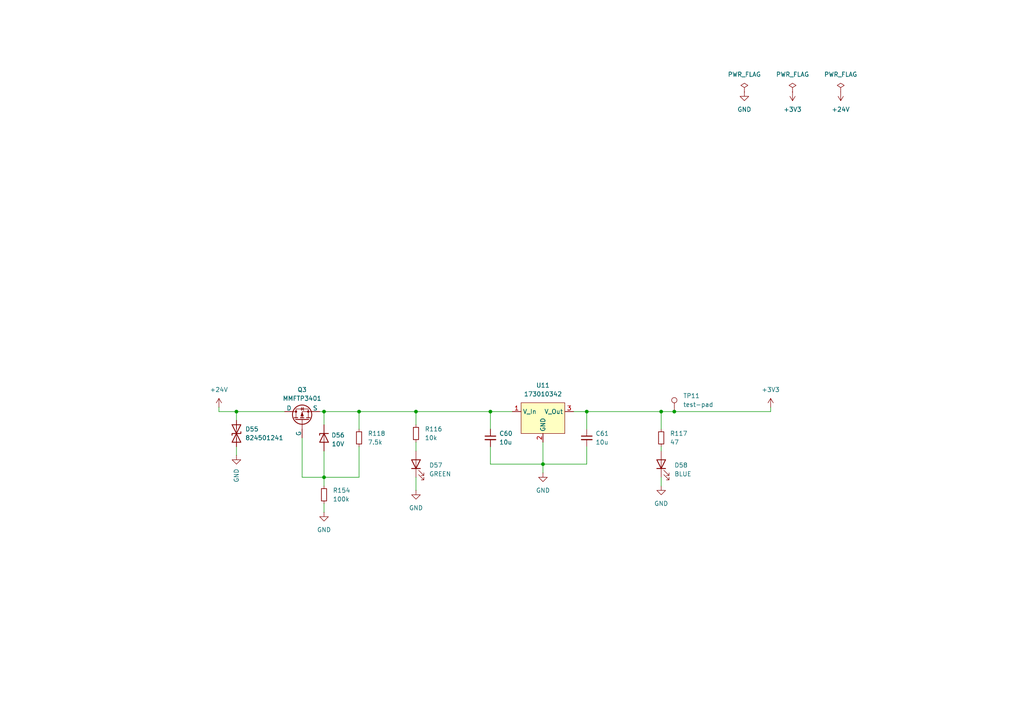
<source format=kicad_sch>
(kicad_sch (version 20231120) (generator "eeschema") (generator_version "8.0")
  (paper "A4")
  (title_block (title "PDU FT25") (date "2025-01-15") (rev "V1.2") (company "Janek Herm") (comment 1 "FaSTTUBe Electronics"))
  (lib_symbols
    (symbol "Connector:TestPoint" (pin_numbers hide) (pin_names (offset 0.762) hide)
      (property "Reference" "TP" (at 0 6.858 0))
      (property "Value" "TestPoint" (at 0 5.08 0))
      (symbol "TestPoint_0_1"
        (circle (center 0 3.302) (radius 0.762))
      )
      (symbol "TestPoint_1_1"
        (pin passive line (at 0 0 90) (length 2.54) (name "1") (number "1"))
      )
    )
    (symbol "Device:C_Small" (pin_numbers hide) (pin_names (offset 0.254) hide)
      (property "Reference" "C" (at 0.254 1.778 0))
      (property "Value" "C_Small" (at 0.254 -2.032 0))
      (symbol "C_Small_0_1"
        (polyline (pts (xy -1.524 -0.508) (xy 1.524 -0.508)) (stroke (width 0.3302)))
        (polyline (pts (xy -1.524 0.508) (xy 1.524 0.508)) (stroke (width 0.3048)))
      )
      (symbol "C_Small_1_1"
        (pin passive line (at 0 2.54 270) (length 2.032) (name "~") (number "1"))
        (pin passive line (at 0 -2.54 90) (length 2.032) (name "~") (number "2"))
      )
    )
    (symbol "Device:D_TVS" (pin_numbers hide) (pin_names (offset 1.016) hide)
      (property "Reference" "D" (at 0 2.54 0))
      (property "Value" "D_TVS" (at 0 -2.54 0))
      (symbol "D_TVS_0_1"
        (polyline (pts (xy 1.27 0) (xy -1.27 0)))
        (polyline (pts (xy 0.508 1.27) (xy 0 1.27) (xy 0 -1.27) (xy -0.508 -1.27)) (stroke (width 0.254)))
        (polyline (pts (xy -2.54 1.27) (xy -2.54 -1.27) (xy 2.54 1.27) (xy 2.54 -1.27) (xy -2.54 1.27)) (stroke (width 0.254)))
      )
      (symbol "D_TVS_1_1"
        (pin passive line (at -3.81 0 0) (length 2.54) (name "A1") (number "1"))
        (pin passive line (at 3.81 0 180) (length 2.54) (name "A2") (number "2"))
      )
    )
    (symbol "Device:D_Zener" (pin_numbers hide) (pin_names (offset 1.016) hide)
      (property "Reference" "D" (at 0 2.54 0))
      (property "Value" "D_Zener" (at 0 -2.54 0))
      (symbol "D_Zener_0_1"
        (polyline (pts (xy 1.27 0) (xy -1.27 0)))
        (polyline (pts (xy -1.27 -1.27) (xy -1.27 1.27) (xy -0.762 1.27)) (stroke (width 0.254)))
        (polyline (pts (xy 1.27 -1.27) (xy 1.27 1.27) (xy -1.27 0) (xy 1.27 -1.27)) (stroke (width 0.254)))
      )
      (symbol "D_Zener_1_1"
        (pin passive line (at -3.81 0 0) (length 2.54) (name "K") (number "1"))
        (pin passive line (at 3.81 0 180) (length 2.54) (name "A") (number "2"))
      )
    )
    (symbol "Device:LED" (pin_numbers hide) (pin_names (offset 1.016) hide)
      (property "Reference" "D" (at 0 2.54 0))
      (property "Value" "LED" (at 0 -2.54 0))
      (symbol "LED_0_1"
        (polyline (pts (xy -1.27 -1.27) (xy -1.27 1.27)) (stroke (width 0.254)))
        (polyline (pts (xy -1.27 0) (xy 1.27 0)))
        (polyline (pts (xy 1.27 -1.27) (xy 1.27 1.27) (xy -1.27 0) (xy 1.27 -1.27)) (stroke (width 0.254)))
        (polyline (pts (xy -3.048 -0.762) (xy -4.572 -2.286) (xy -3.81 -2.286) (xy -4.572 -2.286) (xy -4.572 -1.524)))
        (polyline (pts (xy -1.778 -0.762) (xy -3.302 -2.286) (xy -2.54 -2.286) (xy -3.302 -2.286) (xy -3.302 -1.524)))
      )
      (symbol "LED_1_1"
        (pin passive line (at -3.81 0 0) (length 2.54) (name "K") (number "1"))
        (pin passive line (at 3.81 0 180) (length 2.54) (name "A") (number "2"))
      )
    )
    (symbol "Device:R_Small" (pin_numbers hide) (pin_names (offset 0.254) hide)
      (property "Reference" "R" (at 0.762 0.508 0))
      (property "Value" "R_Small" (at 0.762 -1.016 0))
      (symbol "R_Small_0_1"
        (rectangle (start -0.762 1.778) (end 0.762 -1.778) (stroke (width 0.2032)))
      )
      (symbol "R_Small_1_1"
        (pin passive line (at 0 2.54 270) (length 0.762) (name "~") (number "1"))
        (pin passive line (at 0 -2.54 90) (length 0.762) (name "~") (number "2"))
      )
    )
    (symbol "FaSTTUBe_Voltage_Regulators:MagI3C-WPME-FDSM"
      (property "Reference" "U" (at 0 6.858 0))
      (property "Value" "WPME-FDSM" (at -0.254 4.826 0))
      (symbol "MagI3C-WPME-FDSM_1_1"
        (rectangle (start -6.35 3.81) (end 6.35 -5.08) (fill (type background)))
        (pin input line (at -8.89 1.27 0) (length 2.54) (name "V_In") (number "1"))
        (pin power_in line (at 0 -7.62 90) (length 2.54) (name "GND") (number "2"))
        (pin passive line (at 8.89 1.27 180) (length 2.54) (name "V_Out") (number "3"))
      )
    )
    (symbol "Simulation_SPICE:PMOS" (pin_numbers hide) (pin_names (offset 0))
      (property "Reference" "Q" (at 5.08 1.27 0))
      (property "Value" "PMOS" (at 5.08 -1.27 0))
      (symbol "PMOS_0_1"
        (polyline (pts (xy 0.254 0) (xy -2.54 0)))
        (polyline (pts (xy 0.254 1.905) (xy 0.254 -1.905)) (stroke (width 0.254)))
        (polyline (pts (xy 0.762 -1.27) (xy 0.762 -2.286)) (stroke (width 0.254)))
        (polyline (pts (xy 0.762 0.508) (xy 0.762 -0.508)) (stroke (width 0.254)))
        (polyline (pts (xy 0.762 2.286) (xy 0.762 1.27)) (stroke (width 0.254)))
        (polyline (pts (xy 2.54 2.54) (xy 2.54 1.778)))
        (polyline (pts (xy 2.54 -2.54) (xy 2.54 0) (xy 0.762 0)))
        (polyline (pts (xy 0.762 1.778) (xy 3.302 1.778) (xy 3.302 -1.778) (xy 0.762 -1.778)))
        (polyline (pts (xy 2.286 0) (xy 1.27 0.381) (xy 1.27 -0.381) (xy 2.286 0)) (fill (type outline)))
        (polyline (pts (xy 2.794 -0.508) (xy 2.921 -0.381) (xy 3.683 -0.381) (xy 3.81 -0.254)))
        (polyline (pts (xy 3.302 -0.381) (xy 2.921 0.254) (xy 3.683 0.254) (xy 3.302 -0.381)))
        (circle (center 1.651 0) (radius 2.794) (stroke (width 0.254)))
        (circle (center 2.54 -1.778) (radius 0.254) (fill (type outline)))
        (circle (center 2.54 1.778) (radius 0.254) (fill (type outline)))
      )
      (symbol "PMOS_1_1"
        (pin passive line (at 2.54 5.08 270) (length 2.54) (name "D") (number "1"))
        (pin input line (at -5.08 0 0) (length 2.54) (name "G") (number "2"))
        (pin passive line (at 2.54 -5.08 90) (length 2.54) (name "S") (number "3"))
      )
    )
    (symbol "power:+24V" (power) (pin_numbers hide) (pin_names (offset 0) hide)
      (property "Value" "+24V" (at 0 3.556 0))
      (symbol "+24V_0_1"
        (polyline (pts (xy -0.762 1.27) (xy 0 2.54)))
        (polyline (pts (xy 0 0) (xy 0 2.54)))
        (polyline (pts (xy 0 2.54) (xy 0.762 1.27)))
      )
      (symbol "+24V_1_1"
        (pin power_in line (at 0 0 90) (length 0) (name "~") (number "1"))
      )
    )
    (symbol "power:+3.3V" (power) (pin_numbers hide) (pin_names (offset 0) hide)
      (property "Value" "+3.3V" (at 0 3.556 0))
      (symbol "+3.3V_0_1"
        (polyline (pts (xy -0.762 1.27) (xy 0 2.54)))
        (polyline (pts (xy 0 0) (xy 0 2.54)))
        (polyline (pts (xy 0 2.54) (xy 0.762 1.27)))
      )
      (symbol "+3.3V_1_1"
        (pin power_in line (at 0 0 90) (length 0) (name "~") (number "1"))
      )
    )
    (symbol "power:GND" (power) (pin_numbers hide) (pin_names (offset 0) hide)
      (property "Value" "GND" (at 0 -3.81 0))
      (symbol "GND_0_1"
        (polyline (pts (xy 0 0) (xy 0 -1.27) (xy 1.27 -1.27) (xy 0 -2.54) (xy -1.27 -1.27) (xy 0 -1.27)))
      )
      (symbol "GND_1_1"
        (pin power_in line (at 0 0 270) (length 0) (name "~") (number "1"))
      )
    )
    (symbol "power:PWR_FLAG" (power) (pin_numbers hide) (pin_names (offset 0) hide)
      (property "Value" "PWR_FLAG" (at 0 3.81 0))
      (symbol "PWR_FLAG_0_0"
        (pin power_out line (at 0 0 90) (length 0) (name "~") (number "1"))
      )
      (symbol "PWR_FLAG_0_1"
        (polyline (pts (xy 0 0) (xy 0 1.27) (xy -1.016 1.905) (xy 0 2.54) (xy 1.016 1.905) (xy 0 1.27)))
      )
    )
  )
  (junction (at 93.98 138.43))
  (junction (at 157.48 134.62))
  (junction (at 142.24 119.38))
  (junction (at 68.58 119.38))
  (junction (at 195.58 119.38))
  (junction (at 120.65 119.38))
  (junction (at 191.77 119.38))
  (junction (at 104.14 119.38))
  (junction (at 93.98 119.38))
  (junction (at 170.18 119.38))
  (wire (pts (xy 93.98 130.81) (xy 93.98 138.43)))
  (wire (pts (xy 142.24 134.62) (xy 157.48 134.62)))
  (wire (pts (xy 120.65 119.38) (xy 142.24 119.38)))
  (wire (pts (xy 157.48 134.62) (xy 157.48 137.16)))
  (wire (pts (xy 142.24 119.38) (xy 148.59 119.38)))
  (wire (pts (xy 142.24 119.38) (xy 142.24 124.46)))
  (wire (pts (xy 170.18 119.38) (xy 191.77 119.38)))
  (wire (pts (xy 157.48 128.27) (xy 157.48 134.62)))
  (wire (pts (xy 93.98 146.05) (xy 93.98 148.59)))
  (wire (pts (xy 68.58 119.38) (xy 68.58 121.92)))
  (wire (pts (xy 166.37 119.38) (xy 170.18 119.38)))
  (wire (pts (xy 63.5 119.38) (xy 68.58 119.38)))
  (wire (pts (xy 191.77 129.54) (xy 191.77 130.81)))
  (wire (pts (xy 170.18 119.38) (xy 170.18 124.46)))
  (wire (pts (xy 93.98 138.43) (xy 93.98 140.97)))
  (wire (pts (xy 120.65 138.43) (xy 120.65 142.24)))
  (wire (pts (xy 191.77 138.43) (xy 191.77 140.97)))
  (wire (pts (xy 87.63 127) (xy 87.63 138.43)))
  (wire (pts (xy 170.18 129.54) (xy 170.18 134.62)))
  (wire (pts (xy 104.14 138.43) (xy 93.98 138.43)))
  (wire (pts (xy 104.14 119.38) (xy 120.65 119.38)))
  (wire (pts (xy 223.52 119.38) (xy 223.52 118.11)))
  (wire (pts (xy 120.65 128.27) (xy 120.65 130.81)))
  (wire (pts (xy 195.58 119.38) (xy 223.52 119.38)))
  (wire (pts (xy 63.5 119.38) (xy 63.5 118.11)))
  (wire (pts (xy 157.48 134.62) (xy 170.18 134.62)))
  (wire (pts (xy 68.58 132.08) (xy 68.58 129.54)))
  (wire (pts (xy 191.77 119.38) (xy 195.58 119.38)))
  (wire (pts (xy 68.58 119.38) (xy 82.55 119.38)))
  (wire (pts (xy 93.98 119.38) (xy 93.98 123.19)))
  (wire (pts (xy 120.65 119.38) (xy 120.65 123.19)))
  (wire (pts (xy 191.77 119.38) (xy 191.77 124.46)))
  (wire (pts (xy 92.71 119.38) (xy 93.98 119.38)))
  (wire (pts (xy 104.14 119.38) (xy 104.14 124.46)))
  (wire (pts (xy 93.98 119.38) (xy 104.14 119.38)))
  (wire (pts (xy 104.14 129.54) (xy 104.14 138.43)))
  (wire (pts (xy 142.24 129.54) (xy 142.24 134.62)))
  (wire (pts (xy 87.63 138.43) (xy 93.98 138.43)))
  (symbol (lib_id "power:PWR_FLAG") (at 243.84 26.67 0) (unit 1)
    (property "Reference" "#FLG03" (effects (hide yes)))
    (property "Value" "PWR_FLAG" (at 243.84 21.59 0))
    (property "Description" "Special symbol for telling ERC where power comes from" (effects (hide yes)))
  )
  (symbol (lib_id "power:+3.3V") (at 223.52 118.11 0) (unit 1)
    (property "Reference" "#PWR0172" (effects (hide yes)))
    (property "Value" "+3V3" (at 223.52 113.03 0))
    (property "Description" "Power symbol creates a global label with name \"+3.3V\"" (effects (hide yes)))
  )
  (symbol (lib_id "Device:LED") (at 120.65 134.62 90) (unit 1)
    (property "Reference" "D57" (at 124.46 134.9374 90) (effects (justify right)))
    (property "Value" "GREEN" (at 124.46 137.4774 90) (effects (justify right)))
    (property "Footprint" "LED_SMD:LED_0603_1608Metric" (effects (hide yes)))
    (property "Datasheet" "https://www.we-online.com/components/products/datasheet/150060VS75000.pdf" (effects (hide yes)))
    (property "Description" "Light emitting diode" (effects (hide yes)))
    (property "MPR" "150060VS75000" (effects (hide yes)))
  )
  (symbol (lib_id "power:PWR_FLAG") (at 215.9 26.67 0) (unit 1)
    (property "Reference" "#FLG01" (effects (hide yes)))
    (property "Value" "PWR_FLAG" (at 215.9 21.59 0))
    (property "Description" "Special symbol for telling ERC where power comes from" (effects (hide yes)))
  )
  (symbol (lib_id "power:GND") (at 93.98 148.59 0) (unit 1)
    (property "Reference" "#PWR0177" (effects (hide yes)))
    (property "Value" "GND" (at 93.98 153.67 0))
    (property "Description" "Power symbol creates a global label with name \"GND\" , ground" (effects (hide yes)))
  )
  (symbol (lib_id "Device:R_Small") (at 104.14 127 0) (unit 1)
    (property "Reference" "R118" (at 106.68 125.7299 0) (effects (justify left)))
    (property "Value" "7.5k" (at 106.68 128.2699 0) (effects (justify left)))
    (property "Footprint" "Resistor_SMD:R_0603_1608Metric" (effects (hide yes)))
    (property "Description" "Resistor, small symbol" (effects (hide yes)))
  )
  (symbol (lib_id "Device:C_Small") (at 142.24 127 0) (unit 1)
    (property "Reference" "C60" (at 144.78 125.7362 0) (effects (justify left)))
    (property "Value" "10u" (at 144.78 128.2762 0) (effects (justify left)))
    (property "Footprint" "Capacitor_SMD:C_1206_3216Metric" (effects (hide yes)))
    (property "Description" "50V, X5R" (effects (hide yes)))
  )
  (symbol (lib_id "power:+3.3V") (at 229.87 26.67 180) (unit 1)
    (property "Reference" "#PWR0169" (effects (hide yes)))
    (property "Value" "+3V3" (at 229.87 31.75 0))
    (property "Description" "Power symbol creates a global label with name \"+3.3V\"" (effects (hide yes)))
  )
  (symbol (lib_id "power:GND") (at 215.9 26.67 0) (unit 1)
    (property "Reference" "#PWR0168" (effects (hide yes)))
    (property "Value" "GND" (at 215.9 31.75 0))
    (property "Description" "Power symbol creates a global label with name \"GND\" , ground" (effects (hide yes)))
  )
  (symbol (lib_id "power:PWR_FLAG") (at 229.87 26.67 0) (unit 1)
    (property "Reference" "#FLG02" (effects (hide yes)))
    (property "Value" "PWR_FLAG" (at 229.87 21.59 0))
    (property "Description" "Special symbol for telling ERC where power comes from" (effects (hide yes)))
  )
  (symbol (lib_id "power:GND") (at 120.65 142.24 0) (unit 1)
    (property "Reference" "#PWR0176" (effects (hide yes)))
    (property "Value" "GND" (at 120.65 147.32 0))
    (property "Description" "Power symbol creates a global label with name \"GND\" , ground" (effects (hide yes)))
  )
  (symbol (lib_id "Simulation_SPICE:PMOS") (at 87.63 121.92 90) (unit 1)
    (property "Reference" "Q3" (at 87.63 113.03 90))
    (property "Value" "MMFTP3401" (at 87.63 115.57 90))
    (property "Footprint" "Package_TO_SOT_SMD:SOT-23" (effects (hide yes)))
    (property "Datasheet" "https://diotec.com/request/datasheet/mmftp3401.pdf" (effects (hide yes)))
    (property "Description" "P-MOSFET transistor, drain/source/gate" (effects (hide yes)))
    (property "Sim.Device" "PMOS" (effects (hide yes)))
    (property "Sim.Type" "VDMOS" (effects (hide yes)))
    (property "Sim.Pins" "1=D 2=G 3=S" (effects (hide yes)))
  )
  (symbol (lib_id "Device:D_TVS") (at 68.58 125.73 90) (mirror x) (unit 1)
    (property "Reference" "D55" (at 71.12 124.4599 90) (effects (justify right)))
    (property "Value" "824501241" (at 71.12 126.9999 90) (effects (justify right)))
    (property "Footprint" "824501241:DIOM5127X250N" (effects (hide yes)))
    (property "Datasheet" "https://www.we-online.com/components/products/datasheet/824501241.pdf" (effects (hide yes)))
    (property "Description" "Bidirectional transient-voltage-suppression diode" (effects (hide yes)))
  )
  (symbol (lib_id "Device:LED") (at 191.77 134.62 90) (unit 1)
    (property "Reference" "D58" (at 195.58 134.9374 90) (effects (justify right)))
    (property "Value" "BLUE" (at 195.58 137.4774 90) (effects (justify right)))
    (property "Footprint" "LED_SMD:LED_0603_1608Metric" (effects (hide yes)))
    (property "Datasheet" "https://www.we-online.com/components/products/datasheet/150060BS75000.pdf" (effects (hide yes)))
    (property "Description" "Light emitting diode" (effects (hide yes)))
    (property "MPR" "150060BS75000" (effects (hide yes)))
  )
  (symbol (lib_id "Connector:TestPoint") (at 195.58 119.38 0) (unit 1)
    (property "Reference" "TP11" (at 198.12 114.8079 0) (effects (justify left)))
    (property "Value" "test-pad" (at 198.12 117.3479 0) (effects (justify left)))
    (property "Footprint" "5025:5025" (effects (hide yes)))
    (property "Description" "test point" (effects (hide yes)))
  )
  (symbol (lib_id "power:+24V") (at 243.84 26.67 180) (unit 1)
    (property "Reference" "#PWR0170" (effects (hide yes)))
    (property "Value" "+24V" (at 243.84 31.75 0))
    (property "Description" "Power symbol creates a global label with name \"+24V\"" (effects (hide yes)))
  )
  (symbol (lib_id "power:+24V") (at 63.5 118.11 0) (unit 1)
    (property "Reference" "#PWR0171" (effects (hide yes)))
    (property "Value" "+24V" (at 63.5 113.03 0))
    (property "Description" "Power symbol creates a global label with name \"+24V\"" (effects (hide yes)))
  )
  (symbol (lib_id "Device:R_Small") (at 93.98 143.51 0) (unit 1)
    (property "Reference" "R154" (at 96.52 142.2399 0) (effects (justify left)))
    (property "Value" "100k" (at 96.52 144.7799 0) (effects (justify left)))
    (property "Footprint" "Resistor_SMD:R_0603_1608Metric" (effects (hide yes)))
    (property "Description" "Resistor, small symbol" (effects (hide yes)))
  )
  (symbol (lib_id "FaSTTUBe_Voltage_Regulators:MagI3C-WPME-FDSM") (at 157.48 120.65 0) (unit 1)
    (property "Reference" "U11" (at 157.48 111.76 0))
    (property "Value" "173010342" (at 157.48 114.3 0))
    (property "Footprint" "173010342:173010342" (effects (hide yes)))
    (property "Datasheet" "https://www.we-online.com/components/products/datasheet/173010342.pdf" (effects (hide yes)))
  )
  (symbol (lib_id "Device:R_Small") (at 120.65 125.73 0) (unit 1)
    (property "Reference" "R116" (at 123.19 124.4599 0) (effects (justify left)))
    (property "Value" "10k" (at 123.19 126.9999 0) (effects (justify left)))
    (property "Footprint" "Resistor_SMD:R_0603_1608Metric" (effects (hide yes)))
    (property "Description" "Resistor, small symbol" (effects (hide yes)))
  )
  (symbol (lib_id "power:GND") (at 68.58 132.08 0) (mirror y) (unit 1)
    (property "Reference" "#PWR0173" (effects (hide yes)))
    (property "Value" "GND" (at 68.5801 135.89 90) (effects (justify right)))
    (property "Description" "Power symbol creates a global label with name \"GND\" , ground" (effects (hide yes)))
  )
  (symbol (lib_id "Device:C_Small") (at 170.18 127 0) (unit 1)
    (property "Reference" "C61" (at 172.72 125.7362 0) (effects (justify left)))
    (property "Value" "10u" (at 172.72 128.2762 0) (effects (justify left)))
    (property "Footprint" "Capacitor_SMD:C_1206_3216Metric" (effects (hide yes)))
    (property "Description" "50V, X5R" (effects (hide yes)))
  )
  (symbol (lib_id "Device:R_Small") (at 191.77 127 0) (unit 1)
    (property "Reference" "R117" (at 194.31 125.7299 0) (effects (justify left)))
    (property "Value" "47" (at 194.31 128.2699 0) (effects (justify left)))
    (property "Footprint" "Resistor_SMD:R_0603_1608Metric" (effects (hide yes)))
    (property "Description" "Resistor, small symbol" (effects (hide yes)))
  )
  (symbol (lib_id "Device:D_Zener") (at 93.98 127 90) (mirror x) (unit 1)
    (property "Reference" "D56" (at 98.044 126.238 90))
    (property "Value" "10V" (at 98.044 128.778 90))
    (property "Footprint" "3SMAJ5934B-TP:DIOM5226X244N" (effects (hide yes)))
    (property "Datasheet" "https://www.mouser.de/datasheet/2/258/3SMAJ5918B_3SMAJ5956B_SMA_-3423242.pdf" (effects (hide yes)))
    (property "Description" "Zener diode" (effects (hide yes)))
    (property "MPR" "3SMAJ5925B" (effects (hide yes)))
  )
  (symbol (lib_id "power:GND") (at 191.77 140.97 0) (unit 1)
    (property "Reference" "#PWR0175" (effects (hide yes)))
    (property "Value" "GND" (at 191.77 146.05 0))
    (property "Description" "Power symbol creates a global label with name \"GND\" , ground" (effects (hide yes)))
  )
  (symbol (lib_id "power:GND") (at 157.48 137.16 0) (unit 1)
    (property "Reference" "#PWR0174" (effects (hide yes)))
    (property "Value" "GND" (at 157.48 142.24 0))
    (property "Description" "Power symbol creates a global label with name \"GND\" , ground" (effects (hide yes)))
  )
)
</source>
